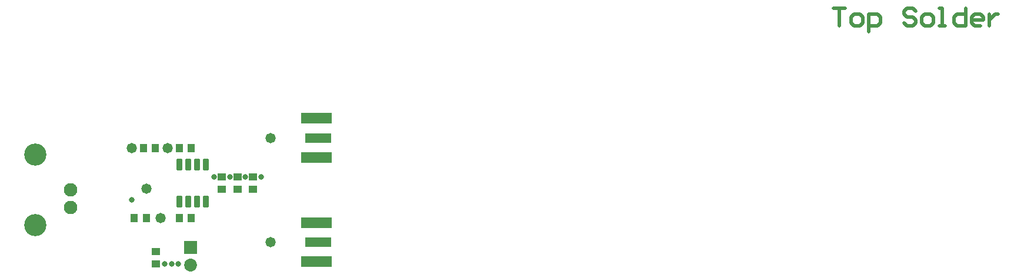
<source format=gts>
G04 Layer_Color=8388736*
%FSLAX25Y25*%
%MOIN*%
G70*
G01*
G75*
%ADD17C,0.02000*%
%ADD32R,0.04343X0.04737*%
G04:AMPARAMS|DCode=33|XSize=69.02mil|YSize=31.62mil|CornerRadius=4.95mil|HoleSize=0mil|Usage=FLASHONLY|Rotation=90.000|XOffset=0mil|YOffset=0mil|HoleType=Round|Shape=RoundedRectangle|*
%AMROUNDEDRECTD33*
21,1,0.06902,0.02173,0,0,90.0*
21,1,0.05913,0.03162,0,0,90.0*
1,1,0.00989,0.01087,0.02957*
1,1,0.00989,0.01087,-0.02957*
1,1,0.00989,-0.01087,-0.02957*
1,1,0.00989,-0.01087,0.02957*
%
%ADD33ROUNDEDRECTD33*%
%ADD34R,0.17335X0.06115*%
%ADD35R,0.14973X0.05800*%
%ADD36R,0.04737X0.04343*%
%ADD37C,0.12611*%
%ADD38C,0.07690*%
%ADD39C,0.05800*%
%ADD40R,0.07300X0.07300*%
%ADD41C,0.07300*%
%ADD42C,0.03200*%
D17*
X875000Y545997D02*
X881664D01*
X878332D01*
Y536000D01*
X886663D02*
X889995D01*
X891661Y537666D01*
Y540998D01*
X889995Y542664D01*
X886663D01*
X884997Y540998D01*
Y537666D01*
X886663Y536000D01*
X894993Y532668D02*
Y542664D01*
X899992D01*
X901658Y540998D01*
Y537666D01*
X899992Y536000D01*
X894993D01*
X921652Y544331D02*
X919985Y545997D01*
X916653D01*
X914987Y544331D01*
Y542664D01*
X916653Y540998D01*
X919985D01*
X921652Y539332D01*
Y537666D01*
X919985Y536000D01*
X916653D01*
X914987Y537666D01*
X926650Y536000D02*
X929982D01*
X931648Y537666D01*
Y540998D01*
X929982Y542664D01*
X926650D01*
X924984Y540998D01*
Y537666D01*
X926650Y536000D01*
X934981D02*
X938313D01*
X936647D01*
Y545997D01*
X934981D01*
X949976D02*
Y536000D01*
X944977D01*
X943311Y537666D01*
Y540998D01*
X944977Y542664D01*
X949976D01*
X958306Y536000D02*
X954974D01*
X953308Y537666D01*
Y540998D01*
X954974Y542664D01*
X958306D01*
X959972Y540998D01*
Y539332D01*
X953308D01*
X963305Y542664D02*
Y536000D01*
Y539332D01*
X964971Y540998D01*
X966637Y542664D01*
X968303D01*
D32*
X490748Y466535D02*
D03*
X484055D02*
D03*
X511221D02*
D03*
X504528D02*
D03*
X485630Y427165D02*
D03*
X478937D02*
D03*
X511221D02*
D03*
X504528D02*
D03*
D33*
X514311Y457480D02*
D03*
X519311Y436221D02*
D03*
Y457480D02*
D03*
X514311Y436221D02*
D03*
X509311D02*
D03*
X504311Y457480D02*
D03*
Y436221D02*
D03*
X509311Y457480D02*
D03*
D34*
X582283Y483563D02*
D03*
Y461319D02*
D03*
Y424508D02*
D03*
Y402264D02*
D03*
D35*
X583071Y472441D02*
D03*
Y413386D02*
D03*
D36*
X528543Y443504D02*
D03*
Y450197D02*
D03*
X537402Y443504D02*
D03*
Y450197D02*
D03*
X546260Y443504D02*
D03*
Y450197D02*
D03*
X491142Y407874D02*
D03*
Y401181D02*
D03*
D37*
X422913Y462913D02*
D03*
Y422913D02*
D03*
D38*
X442913Y442913D02*
D03*
Y432913D02*
D03*
D39*
X477559Y466535D02*
D03*
X497638D02*
D03*
X493701Y427165D02*
D03*
X485827Y443701D02*
D03*
X556102Y413386D02*
D03*
Y472441D02*
D03*
D40*
X510827Y410433D02*
D03*
D41*
Y400433D02*
D03*
D42*
X477559Y437402D02*
D03*
X550787Y450197D02*
D03*
X541831D02*
D03*
X532972D02*
D03*
X524016D02*
D03*
X503937Y401181D02*
D03*
X500000D02*
D03*
X496063D02*
D03*
X576772Y484252D02*
D03*
X580709D02*
D03*
X584646D02*
D03*
X588583D02*
D03*
X576772Y460630D02*
D03*
X580709D02*
D03*
X584646D02*
D03*
X588583D02*
D03*
X576772Y402559D02*
D03*
X580709D02*
D03*
X584646D02*
D03*
X588583D02*
D03*
Y424213D02*
D03*
X576772D02*
D03*
X584646D02*
D03*
X580709D02*
D03*
M02*

</source>
